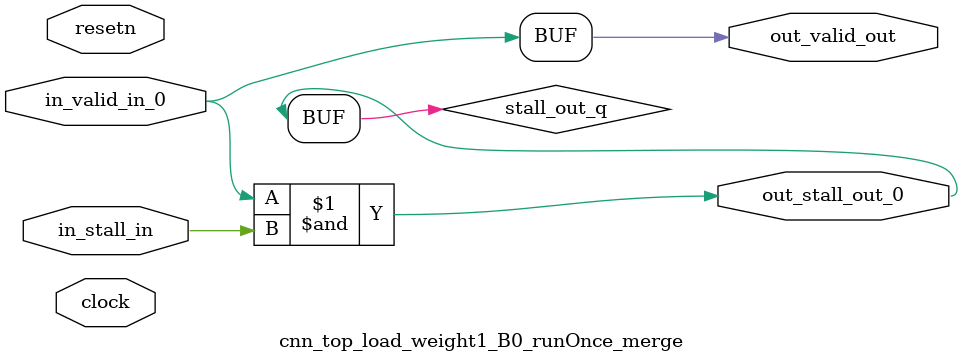
<source format=sv>



(* altera_attribute = "-name AUTO_SHIFT_REGISTER_RECOGNITION OFF; -name MESSAGE_DISABLE 10036; -name MESSAGE_DISABLE 10037; -name MESSAGE_DISABLE 14130; -name MESSAGE_DISABLE 14320; -name MESSAGE_DISABLE 15400; -name MESSAGE_DISABLE 14130; -name MESSAGE_DISABLE 10036; -name MESSAGE_DISABLE 12020; -name MESSAGE_DISABLE 12030; -name MESSAGE_DISABLE 12010; -name MESSAGE_DISABLE 12110; -name MESSAGE_DISABLE 14320; -name MESSAGE_DISABLE 13410; -name MESSAGE_DISABLE 113007; -name MESSAGE_DISABLE 10958" *)
module cnn_top_load_weight1_B0_runOnce_merge (
    input wire [0:0] in_stall_in,
    input wire [0:0] in_valid_in_0,
    output wire [0:0] out_stall_out_0,
    output wire [0:0] out_valid_out,
    input wire clock,
    input wire resetn
    );

    wire [0:0] stall_out_q;


    // stall_out(LOGICAL,6)
    assign stall_out_q = in_valid_in_0 & in_stall_in;

    // out_stall_out_0(GPOUT,4)
    assign out_stall_out_0 = stall_out_q;

    // out_valid_out(GPOUT,5)
    assign out_valid_out = in_valid_in_0;

endmodule

</source>
